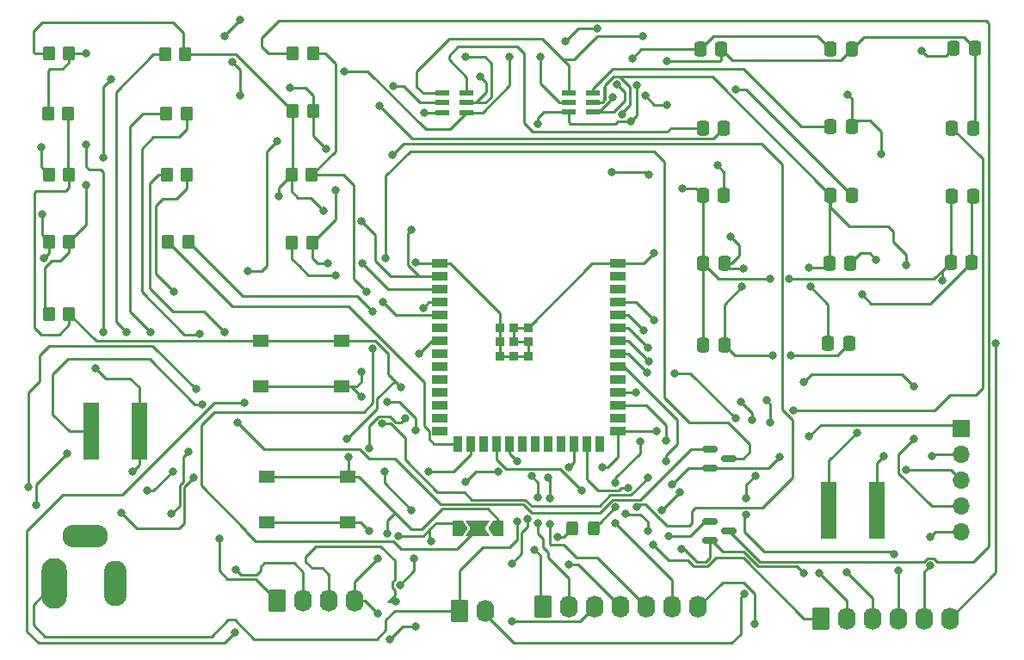
<source format=gtl>
G04 #@! TF.GenerationSoftware,KiCad,Pcbnew,7.0.7*
G04 #@! TF.CreationDate,2023-10-31T22:21:59-05:00*
G04 #@! TF.ProjectId,esp32_example,65737033-325f-4657-9861-6d706c652e6b,rev?*
G04 #@! TF.SameCoordinates,Original*
G04 #@! TF.FileFunction,Copper,L1,Top*
G04 #@! TF.FilePolarity,Positive*
%FSLAX46Y46*%
G04 Gerber Fmt 4.6, Leading zero omitted, Abs format (unit mm)*
G04 Created by KiCad (PCBNEW 7.0.7) date 2023-10-31 22:21:59*
%MOMM*%
%LPD*%
G01*
G04 APERTURE LIST*
G04 Aperture macros list*
%AMRoundRect*
0 Rectangle with rounded corners*
0 $1 Rounding radius*
0 $2 $3 $4 $5 $6 $7 $8 $9 X,Y pos of 4 corners*
0 Add a 4 corners polygon primitive as box body*
4,1,4,$2,$3,$4,$5,$6,$7,$8,$9,$2,$3,0*
0 Add four circle primitives for the rounded corners*
1,1,$1+$1,$2,$3*
1,1,$1+$1,$4,$5*
1,1,$1+$1,$6,$7*
1,1,$1+$1,$8,$9*
0 Add four rect primitives between the rounded corners*
20,1,$1+$1,$2,$3,$4,$5,0*
20,1,$1+$1,$4,$5,$6,$7,0*
20,1,$1+$1,$6,$7,$8,$9,0*
20,1,$1+$1,$8,$9,$2,$3,0*%
%AMFreePoly0*
4,1,6,1.000000,0.000000,0.500000,-0.750000,-0.500000,-0.750000,-0.500000,0.750000,0.500000,0.750000,1.000000,0.000000,1.000000,0.000000,$1*%
%AMFreePoly1*
4,1,7,0.700000,0.000000,1.200000,-0.750000,-1.200000,-0.750000,-0.700000,0.000000,-1.200000,0.750000,1.200000,0.750000,0.700000,0.000000,0.700000,0.000000,$1*%
G04 Aperture macros list end*
G04 #@! TA.AperFunction,ComponentPad*
%ADD10O,1.740000X2.190000*%
G04 #@! TD*
G04 #@! TA.AperFunction,ComponentPad*
%ADD11RoundRect,0.250000X-0.620000X-0.845000X0.620000X-0.845000X0.620000X0.845000X-0.620000X0.845000X0*%
G04 #@! TD*
G04 #@! TA.AperFunction,SMDPad,CuDef*
%ADD12FreePoly0,0.000000*%
G04 #@! TD*
G04 #@! TA.AperFunction,SMDPad,CuDef*
%ADD13FreePoly1,0.000000*%
G04 #@! TD*
G04 #@! TA.AperFunction,SMDPad,CuDef*
%ADD14FreePoly0,180.000000*%
G04 #@! TD*
G04 #@! TA.AperFunction,ComponentPad*
%ADD15O,2.500000X5.000000*%
G04 #@! TD*
G04 #@! TA.AperFunction,ComponentPad*
%ADD16O,2.250000X4.500000*%
G04 #@! TD*
G04 #@! TA.AperFunction,ComponentPad*
%ADD17O,4.500000X2.250000*%
G04 #@! TD*
G04 #@! TA.AperFunction,SMDPad,CuDef*
%ADD18R,1.340000X0.590000*%
G04 #@! TD*
G04 #@! TA.AperFunction,SMDPad,CuDef*
%ADD19R,1.500000X0.900000*%
G04 #@! TD*
G04 #@! TA.AperFunction,SMDPad,CuDef*
%ADD20R,0.900000X1.500000*%
G04 #@! TD*
G04 #@! TA.AperFunction,SMDPad,CuDef*
%ADD21R,0.900000X0.900000*%
G04 #@! TD*
G04 #@! TA.AperFunction,SMDPad,CuDef*
%ADD22R,1.550000X1.300000*%
G04 #@! TD*
G04 #@! TA.AperFunction,SMDPad,CuDef*
%ADD23RoundRect,0.250000X-0.350000X-0.450000X0.350000X-0.450000X0.350000X0.450000X-0.350000X0.450000X0*%
G04 #@! TD*
G04 #@! TA.AperFunction,SMDPad,CuDef*
%ADD24RoundRect,0.150000X-0.587500X-0.150000X0.587500X-0.150000X0.587500X0.150000X-0.587500X0.150000X0*%
G04 #@! TD*
G04 #@! TA.AperFunction,SMDPad,CuDef*
%ADD25R,1.600000X5.700000*%
G04 #@! TD*
G04 #@! TA.AperFunction,ComponentPad*
%ADD26R,1.700000X1.700000*%
G04 #@! TD*
G04 #@! TA.AperFunction,ComponentPad*
%ADD27O,1.700000X1.700000*%
G04 #@! TD*
G04 #@! TA.AperFunction,SMDPad,CuDef*
%ADD28RoundRect,0.250000X-0.325000X-0.450000X0.325000X-0.450000X0.325000X0.450000X-0.325000X0.450000X0*%
G04 #@! TD*
G04 #@! TA.AperFunction,SMDPad,CuDef*
%ADD29RoundRect,0.250000X-0.337500X-0.475000X0.337500X-0.475000X0.337500X0.475000X-0.337500X0.475000X0*%
G04 #@! TD*
G04 #@! TA.AperFunction,ViaPad*
%ADD30C,0.800000*%
G04 #@! TD*
G04 #@! TA.AperFunction,Conductor*
%ADD31C,0.250000*%
G04 #@! TD*
G04 APERTURE END LIST*
D10*
X143637000Y-109728000D03*
X141097000Y-109728000D03*
X138557000Y-109728000D03*
X136017000Y-109728000D03*
X133477000Y-109728000D03*
X130937000Y-109728000D03*
D11*
X128397000Y-109728000D03*
D10*
X168402000Y-110871000D03*
X165862000Y-110871000D03*
X163322000Y-110871000D03*
X160782000Y-110871000D03*
X158242000Y-110871000D03*
D11*
X155702000Y-110871000D03*
D12*
X119990000Y-101981000D03*
D13*
X121990000Y-101981000D03*
D14*
X123990000Y-101981000D03*
D15*
X80305000Y-107442000D03*
D16*
X86305000Y-107442000D03*
D17*
X83305000Y-102742000D03*
D18*
X130890000Y-60071000D03*
X130890000Y-59121000D03*
X130890000Y-61021000D03*
X133270000Y-61021000D03*
X133270000Y-60071000D03*
X133270000Y-59121000D03*
X118491000Y-60132000D03*
X118491000Y-59182000D03*
X118491000Y-61082000D03*
X120871000Y-61082000D03*
X120871000Y-60132000D03*
X120871000Y-59182000D03*
D19*
X118263000Y-75946000D03*
X118263000Y-77216000D03*
X118263000Y-78486000D03*
X118263000Y-79756000D03*
X118263000Y-81026000D03*
X118263000Y-82296000D03*
X118263000Y-83566000D03*
X118263000Y-84836000D03*
X118263000Y-86106000D03*
X118263000Y-87376000D03*
X118263000Y-88646000D03*
X118263000Y-89916000D03*
X118263000Y-91186000D03*
X118263000Y-92456000D03*
D20*
X120028000Y-93706000D03*
X121298000Y-93706000D03*
X122568000Y-93706000D03*
X123838000Y-93706000D03*
X125108000Y-93706000D03*
X126378000Y-93706000D03*
X127648000Y-93706000D03*
X128918000Y-93706000D03*
X130188000Y-93706000D03*
X131458000Y-93706000D03*
X132728000Y-93706000D03*
X133998000Y-93706000D03*
D19*
X135763000Y-92456000D03*
X135763000Y-91186000D03*
X135763000Y-89916000D03*
X135763000Y-88646000D03*
X135763000Y-87376000D03*
X135763000Y-86106000D03*
X135763000Y-84836000D03*
X135763000Y-83566000D03*
X135763000Y-82296000D03*
X135763000Y-81026000D03*
X135763000Y-79756000D03*
X135763000Y-78486000D03*
X135763000Y-77216000D03*
X135763000Y-75946000D03*
D21*
X124113000Y-82266000D03*
X124113000Y-83666000D03*
X124113000Y-85066000D03*
X124113000Y-85066000D03*
X125513000Y-82266000D03*
X125513000Y-82266000D03*
X125513000Y-83666000D03*
X125513000Y-85066000D03*
X126913000Y-82266000D03*
X126913000Y-83666000D03*
X126913000Y-85066000D03*
D22*
X108585000Y-83566000D03*
X100635000Y-83566000D03*
X108585000Y-88066000D03*
X100635000Y-88066000D03*
X109131000Y-96937000D03*
X101181000Y-96937000D03*
X109131000Y-101437000D03*
X101181000Y-101437000D03*
D23*
X103648000Y-67183000D03*
X105648000Y-67183000D03*
X103775000Y-60960000D03*
X105775000Y-60960000D03*
X103775000Y-55245000D03*
X105775000Y-55245000D03*
X103664000Y-73914000D03*
X105664000Y-73914000D03*
X91472000Y-73787000D03*
X93472000Y-73787000D03*
X91345000Y-67183000D03*
X93345000Y-67183000D03*
X91329000Y-61214000D03*
X93329000Y-61214000D03*
X91202000Y-55372000D03*
X93202000Y-55372000D03*
X79772000Y-80899000D03*
X81772000Y-80899000D03*
X79772000Y-73787000D03*
X81772000Y-73787000D03*
X79772000Y-67183000D03*
X81772000Y-67183000D03*
X79661000Y-61214000D03*
X81661000Y-61214000D03*
X81772000Y-55245000D03*
X79772000Y-55245000D03*
D24*
X144810000Y-101285000D03*
X144810000Y-103185000D03*
X146685000Y-102235000D03*
X146685000Y-95123000D03*
X144810000Y-96073000D03*
X144810000Y-94173000D03*
D25*
X156527000Y-100203000D03*
X161227000Y-100203000D03*
X83947000Y-92456000D03*
X88647000Y-92456000D03*
D10*
X109855000Y-109113000D03*
X107315000Y-109113000D03*
X104775000Y-109113000D03*
D11*
X102235000Y-109113000D03*
X120142000Y-110129000D03*
D10*
X122682000Y-110129000D03*
D26*
X169545000Y-92207000D03*
D27*
X169545000Y-94747000D03*
X169545000Y-97287000D03*
X169545000Y-99827000D03*
X169545000Y-102367000D03*
D28*
X131300000Y-101981000D03*
X133350000Y-101981000D03*
D29*
X170561000Y-75819000D03*
X168486000Y-75819000D03*
X168634500Y-69342000D03*
X170709500Y-69342000D03*
X168634500Y-62611000D03*
X170709500Y-62611000D03*
X168783000Y-54737000D03*
X170858000Y-54737000D03*
X158517500Y-83820000D03*
X156442500Y-83820000D03*
X158644500Y-75946000D03*
X156569500Y-75946000D03*
X156675000Y-69215000D03*
X158750000Y-69215000D03*
X156675000Y-62484000D03*
X158750000Y-62484000D03*
X156675000Y-54864000D03*
X158750000Y-54864000D03*
X146220000Y-83947000D03*
X144145000Y-83947000D03*
X146220000Y-75946000D03*
X144145000Y-75946000D03*
X144123500Y-69215000D03*
X146198500Y-69215000D03*
X144123500Y-62611000D03*
X146198500Y-62611000D03*
X143869500Y-54864000D03*
X145944500Y-54864000D03*
D30*
X112141000Y-110363000D03*
X113284000Y-112940500D03*
X115824000Y-111633000D03*
X125349000Y-111125000D03*
X113030000Y-102526500D03*
X112141000Y-104940000D03*
X92075000Y-78740000D03*
X94234000Y-88265000D03*
X140753500Y-102743000D03*
X77761500Y-97917000D03*
X109220000Y-94958500D03*
X109093000Y-93180500D03*
X114173000Y-102743000D03*
X91948000Y-96393000D03*
X88011000Y-96393000D03*
X89408000Y-98298000D03*
X110490000Y-89027000D03*
X113030000Y-89535000D03*
X115824000Y-92329000D03*
X134239000Y-96012000D03*
X130941299Y-96007701D03*
X127889000Y-98933000D03*
X127889000Y-101473000D03*
X127254000Y-96863500D03*
X127571147Y-104076853D03*
X117348000Y-103288500D03*
X112268000Y-60452000D03*
X128143000Y-55626000D03*
X130556000Y-54102000D03*
X158369000Y-59309000D03*
X133731000Y-52832000D03*
X140589000Y-56007000D03*
X138176000Y-53594000D03*
X137611806Y-58374172D03*
X137160000Y-55753000D03*
X166624000Y-94869000D03*
X154055299Y-106421701D03*
X142113000Y-68580000D03*
X135128000Y-66929000D03*
X138811000Y-67183000D03*
X115443000Y-72644000D03*
X136525000Y-100584000D03*
X138684000Y-102235000D03*
X130937000Y-105589500D03*
X136729753Y-98012000D03*
X125857000Y-95414500D03*
X128905000Y-96996500D03*
X129032000Y-99060000D03*
X129032000Y-101600000D03*
X135509000Y-101473000D03*
X132207000Y-98298000D03*
X116205000Y-84836000D03*
X114803128Y-91148484D03*
X112776000Y-96393000D03*
X115697000Y-104939500D03*
X111252000Y-94107000D03*
X115443000Y-100203000D03*
X149225000Y-111379000D03*
X114300000Y-107569000D03*
X141859000Y-98425000D03*
X140499500Y-95377000D03*
X139192000Y-103632000D03*
X140081000Y-100203000D03*
X148971000Y-91313000D03*
X138620147Y-86677854D03*
X155575000Y-106426000D03*
X147828000Y-89535000D03*
X138811000Y-85598000D03*
X150368000Y-89408000D03*
X158242000Y-106299000D03*
X150749000Y-91567000D03*
X138684000Y-84201000D03*
X141351000Y-86741000D03*
X148336000Y-100673500D03*
X149256597Y-96797500D03*
X163322000Y-106172000D03*
X148336000Y-99060000D03*
X162941000Y-104558500D03*
X147320000Y-91186000D03*
X151638000Y-94996000D03*
X154559000Y-92964000D03*
X164846000Y-93218000D03*
X164846000Y-88011000D03*
X138303000Y-82550000D03*
X154051000Y-87630000D03*
X167640000Y-77597000D03*
X172936500Y-83820000D03*
X166497000Y-105664000D03*
X166497000Y-102870000D03*
X165608000Y-54991000D03*
X97028000Y-53594000D03*
X97790000Y-56134000D03*
X98552000Y-59436000D03*
X98552000Y-51980500D03*
X140589000Y-60325000D03*
X147320000Y-58801000D03*
X135255000Y-59563000D03*
X138430000Y-59436000D03*
X135509000Y-99911500D03*
X135510593Y-97535113D03*
X137541000Y-88646000D03*
X137922000Y-93472000D03*
X164084000Y-96266000D03*
X139319000Y-81534000D03*
X146812000Y-73279000D03*
X139319000Y-74930000D03*
X161925000Y-94869000D03*
X164084000Y-76073000D03*
X159258000Y-92583000D03*
X161671000Y-65151000D03*
X145542000Y-66294000D03*
X125095000Y-55626000D03*
X122174000Y-57531000D03*
X136164881Y-61251500D03*
X139573000Y-92426631D03*
X153035000Y-90424000D03*
X154559000Y-76327000D03*
X154686000Y-78194500D03*
X161163000Y-75565000D03*
X159766000Y-78994000D03*
X148082000Y-76454000D03*
X147955000Y-78232000D03*
X151003000Y-84963000D03*
X152781000Y-84963000D03*
X152616500Y-77470000D03*
X150749000Y-77470000D03*
X81534000Y-94615000D03*
X111252000Y-102235000D03*
X78486000Y-99695000D03*
X103505000Y-58674000D03*
X93980000Y-97028000D03*
X86868000Y-100457000D03*
X112649000Y-79756000D03*
X113538000Y-65278000D03*
X98175299Y-106040701D03*
X137597994Y-99911500D03*
X125349000Y-105441500D03*
X93472000Y-94488000D03*
X113919000Y-109220000D03*
X98044000Y-112268000D03*
X91821000Y-100584000D03*
X126873000Y-101092000D03*
X148209000Y-108458000D03*
X140462000Y-93345000D03*
X123952000Y-96393000D03*
X137033000Y-61976000D03*
X125857000Y-101346000D03*
X120777000Y-97409000D03*
X116586000Y-80301500D03*
X99022500Y-89662000D03*
X114427000Y-88138000D03*
X115824000Y-75819000D03*
X110617000Y-75946000D03*
X107188000Y-75946000D03*
X116713000Y-61087000D03*
X127889000Y-62230000D03*
X113635625Y-58509027D03*
X94869000Y-89789000D03*
X99314000Y-76708000D03*
X102235000Y-63881000D03*
X112903000Y-75438000D03*
X107950000Y-77089000D03*
X102362000Y-69342000D03*
X84328000Y-86233000D03*
X106807000Y-70739000D03*
X110490000Y-71755000D03*
X110998000Y-78740000D03*
X110490000Y-86614000D03*
X107061000Y-64643000D03*
X107950000Y-68707000D03*
X111633000Y-80645000D03*
X111633000Y-84328000D03*
X141097000Y-97663000D03*
X112522000Y-91694000D03*
X97028000Y-82677000D03*
X138684000Y-97028000D03*
X94615000Y-82841500D03*
X98298000Y-91567000D03*
X89789000Y-82677000D03*
X141986000Y-104013000D03*
X117094000Y-96393000D03*
X87376000Y-82677000D03*
X85090000Y-65532000D03*
X135636000Y-58293000D03*
X83439000Y-68199000D03*
X85852000Y-57785000D03*
X78994000Y-64516000D03*
X85090000Y-82677000D03*
X129794000Y-102870000D03*
X83439000Y-64262000D03*
X83439000Y-55245000D03*
X108839000Y-57023000D03*
X96520000Y-102997000D03*
X79243701Y-75433701D03*
X120777000Y-55626000D03*
X79121000Y-71120000D03*
D31*
X110891000Y-109113000D02*
X109855000Y-109113000D01*
X114591500Y-111633000D02*
X113284000Y-112940500D01*
X115824000Y-111633000D02*
X114591500Y-111633000D01*
X133477000Y-109728000D02*
X132057000Y-111148000D01*
X132057000Y-111148000D02*
X125372000Y-111148000D01*
X125372000Y-111148000D02*
X125349000Y-111125000D01*
X112141000Y-110363000D02*
X110891000Y-109113000D01*
X113030000Y-102526500D02*
X113030000Y-101219000D01*
X113030000Y-101219000D02*
X113792000Y-100457000D01*
X109855000Y-107226000D02*
X112141000Y-104940000D01*
X110272000Y-96937000D02*
X113792000Y-100457000D01*
X109855000Y-109113000D02*
X109855000Y-107226000D01*
X113792000Y-100457000D02*
X115443000Y-102108000D01*
X107315000Y-109113000D02*
X107315000Y-106553000D01*
X107315000Y-106553000D02*
X106680000Y-105918000D01*
X106045000Y-103759000D02*
X112395000Y-103759000D01*
X106680000Y-105918000D02*
X105664000Y-105918000D01*
X113575000Y-107268695D02*
X113575000Y-107869305D01*
X105664000Y-105918000D02*
X105029000Y-105283000D01*
X113792000Y-105156000D02*
X113792000Y-107051695D01*
X113792000Y-107051695D02*
X113575000Y-107268695D01*
X105029000Y-105283000D02*
X105029000Y-104775000D01*
X105029000Y-104775000D02*
X106045000Y-103759000D01*
X112395000Y-103759000D02*
X113792000Y-105156000D01*
X113575000Y-107869305D02*
X113792000Y-108086305D01*
X113792000Y-108585000D02*
X113157000Y-109220000D01*
X113792000Y-108086305D02*
X113792000Y-108585000D01*
X113157000Y-109220000D02*
X113919000Y-109220000D01*
X111633000Y-84328000D02*
X111633000Y-89662000D01*
X94742000Y-97790000D02*
X99187000Y-102235000D01*
X111633000Y-89662000D02*
X110744000Y-90551000D01*
X94742000Y-91821000D02*
X94742000Y-97790000D01*
X110744000Y-90551000D02*
X96012000Y-90551000D01*
X96012000Y-90551000D02*
X94742000Y-91821000D01*
X99187000Y-102235000D02*
X99187000Y-102362000D01*
X99187000Y-102362000D02*
X100076000Y-103251000D01*
X114418195Y-104013500D02*
X119957500Y-104013500D01*
X100076000Y-103251000D02*
X113655695Y-103251000D01*
X113655695Y-103251000D02*
X114418195Y-104013500D01*
X119957500Y-104013500D02*
X121990000Y-101981000D01*
X92329000Y-69596000D02*
X93345000Y-68580000D01*
X93345000Y-68580000D02*
X93345000Y-67183000D01*
X92075000Y-78740000D02*
X90297000Y-76962000D01*
X90297000Y-76962000D02*
X90297000Y-70231000D01*
X90932000Y-69596000D02*
X92329000Y-69596000D01*
X90297000Y-70231000D02*
X90932000Y-69596000D01*
X77761500Y-97917000D02*
X77761500Y-88607104D01*
X87630000Y-84016000D02*
X89985000Y-84016000D01*
X144810000Y-101285000D02*
X144333000Y-101285000D01*
X144333000Y-101285000D02*
X143129000Y-102489000D01*
X77761500Y-88607104D02*
X78867000Y-87501604D01*
X142875000Y-102743000D02*
X140753500Y-102743000D01*
X143129000Y-102489000D02*
X142875000Y-102743000D01*
X78867000Y-87501604D02*
X78867000Y-84963000D01*
X78867000Y-84963000D02*
X79814000Y-84016000D01*
X89985000Y-84016000D02*
X94234000Y-88265000D01*
X79814000Y-84016000D02*
X87630000Y-84016000D01*
X142240000Y-104013000D02*
X143510000Y-105283000D01*
X143510000Y-105283000D02*
X144399000Y-105283000D01*
X141986000Y-104013000D02*
X142240000Y-104013000D01*
X144810000Y-104872000D02*
X144810000Y-103185000D01*
X144399000Y-105283000D02*
X144810000Y-104872000D01*
X139192000Y-103632000D02*
X140716000Y-105156000D01*
X143198000Y-105733000D02*
X144585396Y-105733000D01*
X140716000Y-105156000D02*
X142621000Y-105156000D01*
X142621000Y-105156000D02*
X143198000Y-105733000D01*
X144585396Y-105733000D02*
X145416396Y-104902000D01*
X148079208Y-104902000D02*
X154048208Y-110871000D01*
X145416396Y-104902000D02*
X148079208Y-104902000D01*
X154048208Y-110871000D02*
X155702000Y-110871000D01*
X143637000Y-109728000D02*
X146050000Y-107315000D01*
X146050000Y-107315000D02*
X148091305Y-107315000D01*
X148091305Y-107315000D02*
X149225000Y-108448695D01*
X149225000Y-108448695D02*
X149225000Y-111379000D01*
X125476000Y-113284000D02*
X122682000Y-110490000D01*
X122682000Y-110490000D02*
X122682000Y-110129000D01*
X148209000Y-108458000D02*
X147828000Y-108839000D01*
X147828000Y-112395000D02*
X146939000Y-113284000D01*
X147828000Y-108839000D02*
X147828000Y-112395000D01*
X146939000Y-113284000D02*
X125476000Y-113284000D01*
X141097000Y-109728000D02*
X141097000Y-107061000D01*
X141097000Y-107061000D02*
X135509000Y-101473000D01*
X138557000Y-109728000D02*
X133694000Y-104865000D01*
X133694000Y-104865000D02*
X131662000Y-104865000D01*
X130392000Y-103595000D02*
X129122000Y-103595000D01*
X129122000Y-103595000D02*
X129032000Y-103505000D01*
X131662000Y-104865000D02*
X130392000Y-103595000D01*
X129032000Y-103505000D02*
X129032000Y-101600000D01*
X136017000Y-109728000D02*
X131878500Y-105589500D01*
X131878500Y-105589500D02*
X130937000Y-105589500D01*
X128905000Y-104385401D02*
X128397000Y-103877401D01*
X128397000Y-103877401D02*
X128397000Y-102997000D01*
X128905000Y-104902000D02*
X128905000Y-104385401D01*
X130937000Y-109728000D02*
X130937000Y-106934000D01*
X130937000Y-106934000D02*
X128905000Y-104902000D01*
X128397000Y-102997000D02*
X127889000Y-102489000D01*
X127889000Y-102489000D02*
X127889000Y-101473000D01*
X130411000Y-102870000D02*
X131300000Y-101981000D01*
X129794000Y-102870000D02*
X130411000Y-102870000D01*
X127571147Y-104076853D02*
X128143000Y-104648706D01*
X128143000Y-104648706D02*
X128143000Y-109474000D01*
X128143000Y-109474000D02*
X128397000Y-109728000D01*
X125349000Y-105441500D02*
X126307000Y-104483500D01*
X126873000Y-101852604D02*
X126873000Y-101092000D01*
X126307000Y-104483500D02*
X126307000Y-102418604D01*
X126307000Y-102418604D02*
X126873000Y-101852604D01*
X144810000Y-103185000D02*
X144968000Y-103185000D01*
X144968000Y-103185000D02*
X146050000Y-104267000D01*
X149546604Y-105733000D02*
X153366598Y-105733000D01*
X146050000Y-104267000D02*
X148080604Y-104267000D01*
X148080604Y-104267000D02*
X149546604Y-105733000D01*
X153366598Y-105733000D02*
X154055299Y-106421701D01*
X149860000Y-64135000D02*
X151891500Y-66166500D01*
X152908000Y-91322305D02*
X152908000Y-97028000D01*
X143002000Y-101473000D02*
X142748000Y-101727000D01*
X114681000Y-64135000D02*
X149860000Y-64135000D01*
X151891500Y-66166500D02*
X151891500Y-90305805D01*
X113538000Y-65278000D02*
X114681000Y-64135000D01*
X151891500Y-90305805D02*
X152908000Y-91322305D01*
X137872994Y-99636500D02*
X137597994Y-99911500D01*
X152908000Y-97028000D02*
X149987000Y-99949000D01*
X143383000Y-99949000D02*
X143002000Y-100330000D01*
X149987000Y-99949000D02*
X143383000Y-99949000D01*
X143002000Y-100330000D02*
X143002000Y-101473000D01*
X140579695Y-101727000D02*
X138484893Y-99632198D01*
X142748000Y-101727000D02*
X140579695Y-101727000D01*
X138484893Y-99632198D02*
X138113198Y-99632198D01*
X138113198Y-99632198D02*
X138108896Y-99636500D01*
X138108896Y-99636500D02*
X137872994Y-99636500D01*
X120142000Y-110129000D02*
X120142000Y-106172000D01*
X120142000Y-106172000D02*
X122428000Y-103886000D01*
X122428000Y-103886000D02*
X125095000Y-103886000D01*
X125095000Y-103886000D02*
X125857000Y-103124000D01*
X125857000Y-103124000D02*
X125857000Y-101346000D01*
X120142000Y-110129000D02*
X120122000Y-110109000D01*
X112903000Y-112014000D02*
X112014000Y-112903000D01*
X120122000Y-110109000D02*
X113792000Y-110109000D01*
X113792000Y-110109000D02*
X112903000Y-110998000D01*
X112903000Y-110998000D02*
X112903000Y-112014000D01*
X112014000Y-112903000D02*
X99949000Y-112903000D01*
X99949000Y-112903000D02*
X98044000Y-110998000D01*
X98044000Y-110998000D02*
X97409000Y-110998000D01*
X79375000Y-112649000D02*
X78232000Y-111506000D01*
X78232000Y-111506000D02*
X78232000Y-109515000D01*
X97409000Y-110998000D02*
X95758000Y-112649000D01*
X95758000Y-112649000D02*
X79375000Y-112649000D01*
X78232000Y-109515000D02*
X80305000Y-107442000D01*
X104775000Y-109113000D02*
X104775000Y-106299000D01*
X104775000Y-106299000D02*
X103886000Y-105410000D01*
X100584000Y-105791000D02*
X100584000Y-106172000D01*
X103886000Y-105410000D02*
X100965000Y-105410000D01*
X100965000Y-105410000D02*
X100584000Y-105791000D01*
X100584000Y-106172000D02*
X100203000Y-106553000D01*
X100203000Y-106553000D02*
X98687598Y-106553000D01*
X98687598Y-106553000D02*
X98175299Y-106040701D01*
X102235000Y-109113000D02*
X100125000Y-107003000D01*
X100125000Y-107003000D02*
X97351000Y-107003000D01*
X97351000Y-107003000D02*
X96520000Y-106172000D01*
X96520000Y-106172000D02*
X96520000Y-102997000D01*
X138684000Y-102235000D02*
X138684000Y-101346000D01*
X138684000Y-101346000D02*
X137974500Y-100636500D01*
X137974500Y-100636500D02*
X136577500Y-100636500D01*
X136577500Y-100636500D02*
X136525000Y-100584000D01*
X113792000Y-87503000D02*
X113157000Y-86868000D01*
X114427000Y-88138000D02*
X113792000Y-87503000D01*
X112083000Y-89212000D02*
X112083000Y-90190500D01*
X113792000Y-87503000D02*
X112083000Y-89212000D01*
X112083000Y-90190500D02*
X109093000Y-93180500D01*
X109220000Y-94958500D02*
X109220000Y-96848000D01*
X109220000Y-96848000D02*
X109131000Y-96937000D01*
X98298000Y-91567000D02*
X100965000Y-94234000D01*
X110353695Y-94234000D02*
X111242695Y-95123000D01*
X100965000Y-94234000D02*
X110353695Y-94234000D01*
X135208695Y-99186500D02*
X137922500Y-99186500D01*
X111242695Y-95123000D02*
X113801604Y-95123000D01*
X113801604Y-95123000D02*
X118304604Y-99626000D01*
X126432305Y-99626000D02*
X127263305Y-100457000D01*
X127263305Y-100457000D02*
X133938195Y-100457000D01*
X118304604Y-99626000D02*
X126432305Y-99626000D01*
X133938195Y-100457000D02*
X135208695Y-99186500D01*
X137922500Y-99186500D02*
X142936000Y-94173000D01*
X142936000Y-94173000D02*
X144810000Y-94173000D01*
X113157000Y-86868000D02*
X113157000Y-84826695D01*
X113157000Y-84826695D02*
X111896305Y-83566000D01*
X111896305Y-83566000D02*
X108585000Y-83566000D01*
X88011000Y-96393000D02*
X88647000Y-95757000D01*
X88647000Y-95757000D02*
X88647000Y-92456000D01*
X117348000Y-103288500D02*
X117221000Y-103161500D01*
X117221000Y-103161500D02*
X117221000Y-102108000D01*
X89408000Y-98298000D02*
X90043000Y-98298000D01*
X90043000Y-98298000D02*
X91948000Y-96393000D01*
X114173000Y-102743000D02*
X116586000Y-102743000D01*
X116586000Y-102743000D02*
X117221000Y-102108000D01*
X98044000Y-112268000D02*
X97028000Y-113284000D01*
X97028000Y-113284000D02*
X78740000Y-113284000D01*
X78740000Y-113284000D02*
X77597000Y-112141000D01*
X77597000Y-112141000D02*
X77597000Y-102235000D01*
X77597000Y-102235000D02*
X81153000Y-98679000D01*
X81153000Y-98679000D02*
X87004305Y-98679000D01*
X87004305Y-98679000D02*
X96021305Y-89662000D01*
X96021305Y-89662000D02*
X99022500Y-89662000D01*
X91821000Y-100584000D02*
X92641000Y-99764000D01*
X92641000Y-99764000D02*
X92641000Y-97730604D01*
X92641000Y-97730604D02*
X92964000Y-97407604D01*
X92964000Y-97407604D02*
X92964000Y-94996000D01*
X92964000Y-94996000D02*
X93472000Y-94488000D01*
X134239000Y-96012000D02*
X134747000Y-96012000D01*
X134747000Y-96012000D02*
X135763000Y-94996000D01*
X135763000Y-94996000D02*
X135763000Y-92456000D01*
X115824000Y-91144051D02*
X115824000Y-92329000D01*
X113030000Y-89535000D02*
X114214949Y-89535000D01*
X109529000Y-88066000D02*
X110490000Y-89027000D01*
X114214949Y-89535000D02*
X115824000Y-91144051D01*
X108585000Y-88066000D02*
X109529000Y-88066000D01*
X120028000Y-93706000D02*
X117663000Y-93706000D01*
X117188000Y-92423000D02*
X116713000Y-91948000D01*
X117663000Y-93706000D02*
X117188000Y-93231000D01*
X116713000Y-91948000D02*
X116713000Y-87630000D01*
X117188000Y-93231000D02*
X117188000Y-92423000D01*
X116713000Y-87630000D02*
X109220000Y-80137000D01*
X109220000Y-80137000D02*
X97822000Y-80137000D01*
X97822000Y-80137000D02*
X91472000Y-73787000D01*
X127889000Y-98933000D02*
X127889000Y-97498500D01*
X127889000Y-97498500D02*
X127254000Y-96863500D01*
X130941299Y-96007701D02*
X131458000Y-95491000D01*
X131458000Y-95491000D02*
X131458000Y-93706000D01*
X119482000Y-101473000D02*
X119990000Y-101981000D01*
X117221000Y-102108000D02*
X117856000Y-101473000D01*
X117856000Y-101473000D02*
X119482000Y-101473000D01*
X115477000Y-63661000D02*
X112268000Y-60452000D01*
X145148500Y-63661000D02*
X115477000Y-63661000D01*
X146198500Y-62611000D02*
X145148500Y-63661000D01*
X158369000Y-59309000D02*
X158750000Y-59690000D01*
X130890000Y-60071000D02*
X129970000Y-60071000D01*
X131826000Y-52832000D02*
X133731000Y-52832000D01*
X128143000Y-58244000D02*
X128143000Y-55626000D01*
X129970000Y-60071000D02*
X128143000Y-58244000D01*
X130556000Y-54102000D02*
X131826000Y-52832000D01*
X158750000Y-59690000D02*
X158750000Y-62484000D01*
X138176000Y-53594000D02*
X133731000Y-53594000D01*
X145944500Y-55858500D02*
X145796000Y-56007000D01*
X145944500Y-54864000D02*
X145944500Y-55858500D01*
X145796000Y-56007000D02*
X140589000Y-56007000D01*
X129286000Y-54864000D02*
X130890000Y-56468000D01*
X128270000Y-53848000D02*
X129286000Y-54864000D01*
X133731000Y-53594000D02*
X131445000Y-55880000D01*
X131445000Y-55880000D02*
X130302000Y-55880000D01*
X130302000Y-55880000D02*
X129286000Y-54864000D01*
X143869500Y-54864000D02*
X139573000Y-54864000D01*
X137611806Y-58374172D02*
X137611806Y-61397194D01*
X139573000Y-54864000D02*
X138049000Y-54864000D01*
X137611806Y-61397194D02*
X137033000Y-61976000D01*
X138049000Y-54864000D02*
X137160000Y-55753000D01*
X126913000Y-82266000D02*
X133233000Y-75946000D01*
X133233000Y-75946000D02*
X135763000Y-75946000D01*
X166624000Y-94869000D02*
X166746000Y-94747000D01*
X166746000Y-94747000D02*
X169545000Y-94747000D01*
X142113000Y-68580000D02*
X143488500Y-68580000D01*
X118263000Y-77216000D02*
X116195695Y-77216000D01*
X115099000Y-76119305D02*
X115099000Y-72988000D01*
X116195695Y-77216000D02*
X115099000Y-76119305D01*
X115099000Y-72988000D02*
X115443000Y-72644000D01*
X135128000Y-66929000D02*
X138557000Y-66929000D01*
X138557000Y-66929000D02*
X138811000Y-67183000D01*
X143488500Y-68580000D02*
X144123500Y-69215000D01*
X125513000Y-82266000D02*
X126913000Y-82266000D01*
X125513000Y-83666000D02*
X125513000Y-82266000D01*
X126913000Y-83666000D02*
X125513000Y-83666000D01*
X126913000Y-85066000D02*
X126913000Y-83666000D01*
X125513000Y-85066000D02*
X126913000Y-85066000D01*
X124113000Y-85066000D02*
X125513000Y-85066000D01*
X124113000Y-83666000D02*
X124113000Y-85066000D01*
X124113000Y-81661000D02*
X124113000Y-82266000D01*
X124113000Y-80796000D02*
X124113000Y-81661000D01*
X124113000Y-81661000D02*
X124113000Y-83666000D01*
X118263000Y-75946000D02*
X119263000Y-75946000D01*
X119263000Y-75946000D02*
X124113000Y-80796000D01*
X138684000Y-97028000D02*
X138684000Y-97083058D01*
X137030558Y-98736500D02*
X135022299Y-98736500D01*
X133936799Y-99822000D02*
X127264701Y-99822000D01*
X138684000Y-97083058D02*
X137030558Y-98736500D01*
X135022299Y-98736500D02*
X133936799Y-99822000D01*
X126618701Y-99176000D02*
X121401000Y-99176000D01*
X121401000Y-99176000D02*
X120650000Y-98425000D01*
X120650000Y-98425000D02*
X117983000Y-98425000D01*
X127264701Y-99822000D02*
X126618701Y-99176000D01*
X113411000Y-91694000D02*
X112522000Y-91694000D01*
X117983000Y-98425000D02*
X114808000Y-95250000D01*
X114808000Y-95250000D02*
X114808000Y-93091000D01*
X114808000Y-93091000D02*
X113411000Y-91694000D01*
X135510593Y-97535113D02*
X135510593Y-97026407D01*
X135510593Y-97026407D02*
X137922000Y-94615000D01*
X137922000Y-94615000D02*
X137922000Y-93472000D01*
X136729753Y-98012000D02*
X136058305Y-98012000D01*
X135809305Y-98261000D02*
X133821000Y-98261000D01*
X136058305Y-98012000D02*
X135809305Y-98261000D01*
X133821000Y-98261000D02*
X132728000Y-97168000D01*
X132728000Y-97168000D02*
X132728000Y-93706000D01*
X129032000Y-97123500D02*
X128905000Y-96996500D01*
X129032000Y-99060000D02*
X129032000Y-97123500D01*
X125857000Y-95414500D02*
X125108000Y-94665500D01*
X125108000Y-94665500D02*
X125108000Y-93706000D01*
X132207000Y-98298000D02*
X130048000Y-96139000D01*
X124723305Y-96139000D02*
X123838000Y-95253695D01*
X130048000Y-96139000D02*
X124723305Y-96139000D01*
X123838000Y-95253695D02*
X123838000Y-93706000D01*
X135509000Y-101473000D02*
X135763000Y-101473000D01*
X135509000Y-99911500D02*
X133947500Y-101473000D01*
X133947500Y-101473000D02*
X133858000Y-101473000D01*
X133858000Y-101473000D02*
X133350000Y-101981000D01*
X114803128Y-91148484D02*
X114384612Y-91567000D01*
X113920396Y-91567000D02*
X113322396Y-90969000D01*
X113322396Y-90969000D02*
X112221695Y-90969000D01*
X114384612Y-91567000D02*
X113920396Y-91567000D01*
X111252000Y-91938695D02*
X111252000Y-94107000D01*
X112221695Y-90969000D02*
X111252000Y-91938695D01*
X116205000Y-84836000D02*
X117475000Y-83566000D01*
X117475000Y-83566000D02*
X118263000Y-83566000D01*
X114300000Y-107569000D02*
X115697000Y-106172000D01*
X115443000Y-100203000D02*
X112776000Y-97536000D01*
X115697000Y-106172000D02*
X115697000Y-104939500D01*
X112776000Y-97536000D02*
X112776000Y-96393000D01*
X141859000Y-98425000D02*
X140081000Y-100203000D01*
X140499500Y-95377000D02*
X140499500Y-94830104D01*
X141605000Y-93724604D02*
X141605000Y-91368000D01*
X140499500Y-94830104D02*
X141605000Y-93724604D01*
X141605000Y-91368000D02*
X136343000Y-86106000D01*
X136343000Y-86106000D02*
X135763000Y-86106000D01*
X112903000Y-75438000D02*
X112903000Y-67310000D01*
X148082000Y-95123000D02*
X146685000Y-95123000D01*
X112903000Y-67310000D02*
X115316000Y-64897000D01*
X146558000Y-91567000D02*
X148717000Y-93726000D01*
X115316000Y-64897000D02*
X139319000Y-64897000D01*
X140335000Y-65913000D02*
X140335000Y-89154000D01*
X139319000Y-64897000D02*
X140335000Y-65913000D01*
X140335000Y-89154000D02*
X142748000Y-91567000D01*
X142748000Y-91567000D02*
X146558000Y-91567000D01*
X148717000Y-93726000D02*
X148717000Y-94488000D01*
X148717000Y-94488000D02*
X148082000Y-95123000D01*
X148971000Y-91313000D02*
X148971000Y-90678000D01*
X136763000Y-84836000D02*
X135763000Y-84836000D01*
X158242000Y-110871000D02*
X158242000Y-109093000D01*
X138604854Y-86677854D02*
X136763000Y-84836000D01*
X148971000Y-90678000D02*
X147828000Y-89535000D01*
X138620147Y-86677854D02*
X138604854Y-86677854D01*
X158242000Y-109093000D02*
X155575000Y-106426000D01*
X160782000Y-108839000D02*
X158242000Y-106299000D01*
X150749000Y-89789000D02*
X150368000Y-89408000D01*
X150749000Y-91567000D02*
X150749000Y-89789000D01*
X160782000Y-110871000D02*
X160782000Y-108839000D01*
X138811000Y-85598000D02*
X136779000Y-83566000D01*
X136779000Y-83566000D02*
X135763000Y-83566000D01*
X162941000Y-104558500D02*
X162649500Y-104267000D01*
X148209000Y-102362000D02*
X148209000Y-100800500D01*
X162649500Y-104267000D02*
X150114000Y-104267000D01*
X150114000Y-104267000D02*
X148209000Y-102362000D01*
X148209000Y-100800500D02*
X148336000Y-100673500D01*
X148336000Y-97718097D02*
X149256597Y-96797500D01*
X138684000Y-84201000D02*
X136779000Y-82296000D01*
X163322000Y-110871000D02*
X163322000Y-106172000D01*
X147320000Y-91186000D02*
X142875000Y-86741000D01*
X142875000Y-86741000D02*
X141351000Y-86741000D01*
X148336000Y-99060000D02*
X148336000Y-97718097D01*
X136779000Y-82296000D02*
X135763000Y-82296000D01*
X101346000Y-55245000D02*
X100711000Y-54610000D01*
X100711000Y-54610000D02*
X100711000Y-53721000D01*
X103775000Y-55245000D02*
X101346000Y-55245000D01*
X166196695Y-104939000D02*
X165852695Y-105283000D01*
X166797305Y-104939000D02*
X166196695Y-104939000D01*
X100711000Y-53721000D02*
X102362000Y-52070000D01*
X172212000Y-103759000D02*
X170688000Y-105283000D01*
X171958000Y-52070000D02*
X172212000Y-52324000D01*
X102362000Y-52070000D02*
X171958000Y-52070000D01*
X149733000Y-105283000D02*
X146685000Y-102235000D01*
X170688000Y-105283000D02*
X167141305Y-105283000D01*
X167141305Y-105283000D02*
X166797305Y-104939000D01*
X165852695Y-105283000D02*
X149733000Y-105283000D01*
X172212000Y-52324000D02*
X172212000Y-103759000D01*
X150561000Y-96073000D02*
X144810000Y-96073000D01*
X151638000Y-94996000D02*
X150561000Y-96073000D01*
X169545000Y-92207000D02*
X169159000Y-91821000D01*
X155702000Y-91821000D02*
X154559000Y-92964000D01*
X169159000Y-91821000D02*
X155956000Y-91821000D01*
X155956000Y-91821000D02*
X155702000Y-91821000D01*
X164846000Y-88011000D02*
X163703000Y-86868000D01*
X163703000Y-86868000D02*
X154813000Y-86868000D01*
X154813000Y-86868000D02*
X154051000Y-87630000D01*
X163359000Y-94705000D02*
X164846000Y-93218000D01*
X163359000Y-96566305D02*
X163359000Y-94705000D01*
X166619695Y-99827000D02*
X163359000Y-96566305D01*
X169545000Y-99827000D02*
X166619695Y-99827000D01*
X136779000Y-81026000D02*
X135763000Y-81026000D01*
X138303000Y-82550000D02*
X136779000Y-81026000D01*
X172936500Y-106336500D02*
X172936500Y-83820000D01*
X167640000Y-77597000D02*
X167640000Y-76665000D01*
X168402000Y-110871000D02*
X172936500Y-106336500D01*
X167640000Y-76665000D02*
X168486000Y-75819000D01*
X169545000Y-102367000D02*
X167000000Y-102367000D01*
X167000000Y-102367000D02*
X166497000Y-102870000D01*
X166497000Y-105664000D02*
X165862000Y-106299000D01*
X165862000Y-106299000D02*
X165862000Y-110871000D01*
X159766000Y-78994000D02*
X160655000Y-79883000D01*
X160655000Y-79883000D02*
X166497000Y-79883000D01*
X166497000Y-79883000D02*
X170561000Y-75819000D01*
X161163000Y-75565000D02*
X160528000Y-74930000D01*
X160528000Y-74930000D02*
X159660500Y-74930000D01*
X159660500Y-74930000D02*
X158644500Y-75946000D01*
X139573000Y-92426631D02*
X139543631Y-92456000D01*
X139543631Y-92456000D02*
X135763000Y-92456000D01*
X140462000Y-93345000D02*
X140462000Y-91821000D01*
X140462000Y-91821000D02*
X138557000Y-89916000D01*
X138557000Y-89916000D02*
X135763000Y-89916000D01*
X112649000Y-79756000D02*
X113919000Y-81026000D01*
X113919000Y-81026000D02*
X118263000Y-81026000D01*
X117131500Y-79756000D02*
X118263000Y-79756000D01*
X116586000Y-80301500D02*
X117131500Y-79756000D01*
X115951000Y-75946000D02*
X118263000Y-75946000D01*
X115824000Y-75819000D02*
X115951000Y-75946000D01*
X79243701Y-75433701D02*
X79772000Y-74905402D01*
X79772000Y-74905402D02*
X79772000Y-73787000D01*
X164084000Y-76073000D02*
X164084000Y-75057000D01*
X162814000Y-73787000D02*
X162814000Y-72771000D01*
X158496000Y-72263000D02*
X156675000Y-70442000D01*
X162814000Y-72771000D02*
X162306000Y-72263000D01*
X164084000Y-75057000D02*
X162814000Y-73787000D01*
X156675000Y-70442000D02*
X156675000Y-69215000D01*
X162306000Y-72263000D02*
X158496000Y-72263000D01*
X165608000Y-54991000D02*
X166116000Y-55499000D01*
X166116000Y-55499000D02*
X168021000Y-55499000D01*
X168021000Y-55499000D02*
X168783000Y-54737000D01*
X109131000Y-96937000D02*
X110272000Y-96937000D01*
X115443000Y-102108000D02*
X116459000Y-102108000D01*
X116459000Y-102108000D02*
X118491000Y-100076000D01*
X118491000Y-100076000D02*
X122936000Y-100076000D01*
X122936000Y-100076000D02*
X123990000Y-101130000D01*
X123990000Y-101130000D02*
X123990000Y-101981000D01*
X97028000Y-53594000D02*
X97028000Y-53504500D01*
X97028000Y-53504500D02*
X98552000Y-51980500D01*
X98552000Y-56896000D02*
X97790000Y-56134000D01*
X98552000Y-59436000D02*
X98552000Y-56896000D01*
X156675000Y-62484000D02*
X153797000Y-62484000D01*
X133270000Y-58754000D02*
X133270000Y-59121000D01*
X153797000Y-62484000D02*
X148082000Y-56769000D01*
X148082000Y-56769000D02*
X135255000Y-56769000D01*
X135255000Y-56769000D02*
X133270000Y-58754000D01*
X135255000Y-59563000D02*
X134953604Y-59864396D01*
X134953604Y-59864396D02*
X134953604Y-59943792D01*
X134953604Y-59943792D02*
X133876396Y-61021000D01*
X133876396Y-61021000D02*
X133270000Y-61021000D01*
X140589000Y-60325000D02*
X139319000Y-60325000D01*
X139319000Y-60325000D02*
X138430000Y-59436000D01*
X158750000Y-69215000D02*
X148336000Y-58801000D01*
X148336000Y-58801000D02*
X147320000Y-58801000D01*
X135636000Y-58293000D02*
X136398000Y-59055000D01*
X136398000Y-59055000D02*
X136398000Y-59944000D01*
X136398000Y-59944000D02*
X135321000Y-61021000D01*
X135321000Y-61021000D02*
X133270000Y-61021000D01*
X136906000Y-58537695D02*
X135936305Y-57568000D01*
X136164881Y-61066119D02*
X136906000Y-60325000D01*
X136164881Y-61251500D02*
X136164881Y-61066119D01*
X136906000Y-60325000D02*
X136906000Y-58537695D01*
X135936305Y-57568000D02*
X135335695Y-57568000D01*
X137541000Y-88646000D02*
X135763000Y-88646000D01*
X135763000Y-79756000D02*
X137541000Y-79756000D01*
X137541000Y-79756000D02*
X139319000Y-81534000D01*
X164084000Y-96266000D02*
X168524000Y-96266000D01*
X168524000Y-96266000D02*
X169545000Y-97287000D01*
X146812000Y-73279000D02*
X147701000Y-74168000D01*
X138303000Y-75946000D02*
X139319000Y-74930000D01*
X135763000Y-75946000D02*
X138303000Y-75946000D01*
X147701000Y-74168000D02*
X147701000Y-75184000D01*
X147701000Y-75184000D02*
X146939000Y-75946000D01*
X146939000Y-75946000D02*
X146220000Y-75946000D01*
X161925000Y-94869000D02*
X161227000Y-95567000D01*
X161227000Y-95567000D02*
X161227000Y-100203000D01*
X161671000Y-65151000D02*
X161671000Y-62992000D01*
X161671000Y-62992000D02*
X160528000Y-61849000D01*
X160528000Y-61849000D02*
X159385000Y-61849000D01*
X159385000Y-61849000D02*
X158750000Y-62484000D01*
X156527000Y-100203000D02*
X156527000Y-95314000D01*
X156527000Y-95314000D02*
X159258000Y-92583000D01*
X170858000Y-54737000D02*
X170858000Y-62462500D01*
X170858000Y-62462500D02*
X170709500Y-62611000D01*
X170858000Y-54737000D02*
X169808000Y-53687000D01*
X169808000Y-53687000D02*
X159927000Y-53687000D01*
X159927000Y-53687000D02*
X158750000Y-54864000D01*
X145944500Y-54864000D02*
X146994500Y-55914000D01*
X146994500Y-55914000D02*
X157700000Y-55914000D01*
X157700000Y-55914000D02*
X158750000Y-54864000D01*
X156675000Y-54864000D02*
X155405000Y-53594000D01*
X155405000Y-53594000D02*
X145139500Y-53594000D01*
X145139500Y-53594000D02*
X143869500Y-54864000D01*
X125095000Y-58421396D02*
X125095000Y-55626000D01*
X122434396Y-61082000D02*
X125095000Y-58421396D01*
X120871000Y-61082000D02*
X122434396Y-61082000D01*
X145542000Y-66294000D02*
X146198500Y-66950500D01*
X146198500Y-66950500D02*
X146198500Y-69215000D01*
X122174000Y-57531000D02*
X122809000Y-58166000D01*
X122809000Y-59114000D02*
X121791000Y-60132000D01*
X122809000Y-58166000D02*
X122809000Y-59114000D01*
X121791000Y-60132000D02*
X120871000Y-60132000D01*
X134503604Y-59757396D02*
X134503604Y-58400091D01*
X134503604Y-58400091D02*
X135335695Y-57568000D01*
X134190000Y-60071000D02*
X134503604Y-59757396D01*
X156675000Y-69215000D02*
X145028000Y-57568000D01*
X145028000Y-57568000D02*
X135335695Y-57568000D01*
X134366000Y-58537695D02*
X134366000Y-59895000D01*
X135335695Y-57568000D02*
X134366000Y-58537695D01*
X134366000Y-59895000D02*
X134190000Y-60071000D01*
X134190000Y-60071000D02*
X133270000Y-60071000D01*
X169545000Y-88900000D02*
X168402000Y-88900000D01*
X171577000Y-88265000D02*
X170942000Y-88900000D01*
X171622000Y-88220000D02*
X171577000Y-88265000D01*
X167259000Y-90043000D02*
X166878000Y-90424000D01*
X168402000Y-88900000D02*
X167259000Y-90043000D01*
X171622000Y-65598500D02*
X171622000Y-88220000D01*
X168634500Y-62611000D02*
X171622000Y-65598500D01*
X170942000Y-88900000D02*
X169545000Y-88900000D01*
X166878000Y-90424000D02*
X153035000Y-90424000D01*
X154559000Y-76327000D02*
X156188500Y-76327000D01*
X156188500Y-76327000D02*
X156569500Y-75946000D01*
X156442500Y-83820000D02*
X156442500Y-79951000D01*
X156442500Y-79951000D02*
X154686000Y-78194500D01*
X156569500Y-75946000D02*
X156569500Y-69320500D01*
X156569500Y-69320500D02*
X156675000Y-69215000D01*
X170561000Y-75819000D02*
X170561000Y-69490500D01*
X170561000Y-69490500D02*
X170709500Y-69342000D01*
X146220000Y-83947000D02*
X146220000Y-79967000D01*
X146728000Y-76454000D02*
X146220000Y-75946000D01*
X146220000Y-79967000D02*
X147955000Y-78232000D01*
X148082000Y-76454000D02*
X146728000Y-76454000D01*
X151003000Y-84963000D02*
X147236000Y-84963000D01*
X158517500Y-83820000D02*
X157374500Y-84963000D01*
X157374500Y-84963000D02*
X152781000Y-84963000D01*
X147236000Y-84963000D02*
X146220000Y-83947000D01*
X168486000Y-75819000D02*
X168486000Y-69490500D01*
X168486000Y-69490500D02*
X168634500Y-69342000D01*
X144145000Y-75946000D02*
X145669000Y-77470000D01*
X145669000Y-77470000D02*
X150749000Y-77470000D01*
X152616500Y-77470000D02*
X166835000Y-77470000D01*
X166835000Y-77470000D02*
X168486000Y-75819000D01*
X144145000Y-75946000D02*
X144145000Y-69236500D01*
X144145000Y-69236500D02*
X144123500Y-69215000D01*
X144145000Y-83947000D02*
X144145000Y-75946000D01*
X78486000Y-99695000D02*
X78486000Y-97663000D01*
X92583000Y-101981000D02*
X88392000Y-101981000D01*
X109131000Y-101437000D02*
X110454000Y-101437000D01*
X78486000Y-97663000D02*
X81534000Y-94615000D01*
X93091000Y-101473000D02*
X92583000Y-101981000D01*
X93980000Y-97028000D02*
X93091000Y-97917000D01*
X93091000Y-97917000D02*
X93091000Y-100711000D01*
X110454000Y-101437000D02*
X111252000Y-102235000D01*
X93091000Y-100711000D02*
X93091000Y-101473000D01*
X88392000Y-101981000D02*
X86868000Y-100457000D01*
X103505000Y-58674000D02*
X105029000Y-58674000D01*
X105029000Y-58674000D02*
X105775000Y-59420000D01*
X105775000Y-59420000D02*
X105775000Y-60960000D01*
X130890000Y-62056000D02*
X130890000Y-61021000D01*
X120777000Y-97409000D02*
X121793000Y-96393000D01*
X135763000Y-61976000D02*
X135509000Y-62230000D01*
X137033000Y-61976000D02*
X135763000Y-61976000D01*
X121793000Y-96393000D02*
X123952000Y-96393000D01*
X135509000Y-62230000D02*
X131064000Y-62230000D01*
X131064000Y-62230000D02*
X130890000Y-62056000D01*
X101181000Y-101437000D02*
X109131000Y-101437000D01*
X101181000Y-96937000D02*
X109131000Y-96937000D01*
X100635000Y-83566000D02*
X108585000Y-83566000D01*
X100635000Y-88066000D02*
X108585000Y-88066000D01*
X113157000Y-78486000D02*
X110617000Y-75946000D01*
X105664000Y-75438000D02*
X105664000Y-73914000D01*
X118263000Y-78486000D02*
X113157000Y-78486000D01*
X107188000Y-75946000D02*
X106172000Y-75946000D01*
X106172000Y-75946000D02*
X105664000Y-75438000D01*
X116718000Y-61082000D02*
X116713000Y-61087000D01*
X118491000Y-61082000D02*
X116718000Y-61082000D01*
X127889000Y-62230000D02*
X127889000Y-61595000D01*
X127889000Y-61595000D02*
X128463000Y-61021000D01*
X128463000Y-61021000D02*
X130890000Y-61021000D01*
X120871000Y-59182000D02*
X120871000Y-57625000D01*
X126492000Y-55245000D02*
X126492000Y-62103000D01*
X120871000Y-57625000D02*
X119126000Y-55880000D01*
X125857000Y-54610000D02*
X126492000Y-55245000D01*
X119126000Y-55880000D02*
X119126000Y-55499000D01*
X119126000Y-55499000D02*
X120015000Y-54610000D01*
X120015000Y-54610000D02*
X125857000Y-54610000D01*
X126492000Y-62103000D02*
X127381000Y-62992000D01*
X127381000Y-62992000D02*
X140589000Y-62992000D01*
X140589000Y-62992000D02*
X140970000Y-62611000D01*
X140970000Y-62611000D02*
X144123500Y-62611000D01*
X118491000Y-59182000D02*
X116586000Y-59182000D01*
X116586000Y-59182000D02*
X115951000Y-58547000D01*
X130890000Y-56468000D02*
X130890000Y-59121000D01*
X115951000Y-58547000D02*
X115951000Y-57023000D01*
X115951000Y-57023000D02*
X119126000Y-53848000D01*
X119126000Y-53848000D02*
X128270000Y-53848000D01*
X113635625Y-58509027D02*
X114643027Y-58509027D01*
X114643027Y-58509027D02*
X116266000Y-60132000D01*
X116266000Y-60132000D02*
X118491000Y-60132000D01*
X94107000Y-89789000D02*
X94869000Y-89789000D01*
X100711000Y-76708000D02*
X101219000Y-76200000D01*
X80137000Y-90805000D02*
X80137000Y-86868000D01*
X89662000Y-85344000D02*
X94107000Y-89789000D01*
X81661000Y-85344000D02*
X89662000Y-85344000D01*
X81788000Y-92456000D02*
X80137000Y-90805000D01*
X80137000Y-86868000D02*
X81661000Y-85344000D01*
X83947000Y-92456000D02*
X81788000Y-92456000D01*
X101219000Y-64897000D02*
X102235000Y-63881000D01*
X99314000Y-76708000D02*
X100711000Y-76708000D01*
X101219000Y-76200000D02*
X101219000Y-64897000D01*
X104394000Y-76200000D02*
X105283000Y-77089000D01*
X103664000Y-73914000D02*
X103664000Y-75470000D01*
X105283000Y-77089000D02*
X107950000Y-77089000D01*
X103664000Y-75470000D02*
X104394000Y-76200000D01*
X84328000Y-86233000D02*
X85344000Y-87249000D01*
X103648000Y-67183000D02*
X102362000Y-68469000D01*
X85344000Y-87249000D02*
X87757000Y-87249000D01*
X102362000Y-68469000D02*
X102362000Y-69342000D01*
X87757000Y-87249000D02*
X88647000Y-88139000D01*
X88647000Y-88139000D02*
X88647000Y-92456000D01*
X110490000Y-71755000D02*
X111887000Y-73152000D01*
X105537000Y-69469000D02*
X106807000Y-70739000D01*
X104267000Y-69469000D02*
X105537000Y-69469000D01*
X111887000Y-73152000D02*
X111887000Y-75692000D01*
X103648000Y-68850000D02*
X104267000Y-69469000D01*
X103648000Y-67183000D02*
X103648000Y-68850000D01*
X111887000Y-75692000D02*
X113411000Y-77216000D01*
X113411000Y-77216000D02*
X118263000Y-77216000D01*
X110490000Y-86614000D02*
X110490000Y-87630000D01*
X110490000Y-87630000D02*
X110054000Y-88066000D01*
X110054000Y-88066000D02*
X108585000Y-88066000D01*
X108712000Y-67183000D02*
X109728000Y-68199000D01*
X109728000Y-77470000D02*
X110998000Y-78740000D01*
X109728000Y-68199000D02*
X109728000Y-77470000D01*
X105648000Y-67183000D02*
X108712000Y-67183000D01*
X105775000Y-63357000D02*
X107061000Y-64643000D01*
X107950000Y-68707000D02*
X107950000Y-71628000D01*
X105775000Y-60960000D02*
X105775000Y-63357000D01*
X107950000Y-71628000D02*
X105664000Y-73914000D01*
X103775000Y-60960000D02*
X103775000Y-67056000D01*
X103775000Y-67056000D02*
X103648000Y-67183000D01*
X98806000Y-79121000D02*
X110109000Y-79121000D01*
X93472000Y-73787000D02*
X98806000Y-79121000D01*
X110109000Y-79121000D02*
X111633000Y-80645000D01*
X94996000Y-80645000D02*
X97028000Y-82677000D01*
X90551000Y-67183000D02*
X89662000Y-68072000D01*
X89662000Y-68072000D02*
X89662000Y-78359000D01*
X91948000Y-80645000D02*
X94996000Y-80645000D01*
X89662000Y-78359000D02*
X91948000Y-80645000D01*
X91345000Y-67183000D02*
X90551000Y-67183000D01*
X141097000Y-97663000D02*
X142687000Y-96073000D01*
X142687000Y-96073000D02*
X144810000Y-96073000D01*
X93091000Y-82931000D02*
X94525500Y-82931000D01*
X92329000Y-63500000D02*
X90043000Y-63500000D01*
X93345000Y-61230000D02*
X93345000Y-62738000D01*
X92583000Y-63500000D02*
X92329000Y-63500000D01*
X93329000Y-61214000D02*
X93345000Y-61230000D01*
X88900000Y-78740000D02*
X93091000Y-82931000D01*
X88900000Y-64643000D02*
X88900000Y-78740000D01*
X90043000Y-63500000D02*
X88900000Y-64643000D01*
X94525500Y-82931000D02*
X94615000Y-82841500D01*
X93345000Y-62738000D02*
X92583000Y-63500000D01*
X87757000Y-80645000D02*
X89789000Y-82677000D01*
X87757000Y-62484000D02*
X87757000Y-80645000D01*
X89027000Y-61214000D02*
X87757000Y-62484000D01*
X91329000Y-61214000D02*
X89027000Y-61214000D01*
X93202000Y-55372000D02*
X98187000Y-55372000D01*
X98187000Y-55372000D02*
X103775000Y-60960000D01*
X117094000Y-96393000D02*
X119611000Y-96393000D01*
X86360000Y-59055000D02*
X86360000Y-81661000D01*
X90043000Y-55372000D02*
X86360000Y-59055000D01*
X86360000Y-81661000D02*
X87376000Y-82677000D01*
X91202000Y-55372000D02*
X90043000Y-55372000D01*
X119611000Y-96393000D02*
X121298000Y-94706000D01*
X121298000Y-94706000D02*
X121298000Y-93706000D01*
X81772000Y-73787000D02*
X83439000Y-72120000D01*
X85090000Y-58547000D02*
X85852000Y-57785000D01*
X85090000Y-65532000D02*
X85090000Y-58547000D01*
X83439000Y-72120000D02*
X83439000Y-68199000D01*
X84836000Y-66675000D02*
X85090000Y-66929000D01*
X85090000Y-66929000D02*
X85090000Y-68199000D01*
X83439000Y-66421000D02*
X83566000Y-66548000D01*
X83439000Y-64262000D02*
X83439000Y-66421000D01*
X83566000Y-66548000D02*
X83693000Y-66675000D01*
X79772000Y-67183000D02*
X78994000Y-66405000D01*
X78994000Y-66405000D02*
X78994000Y-64516000D01*
X85090000Y-68199000D02*
X85090000Y-82677000D01*
X83693000Y-66675000D02*
X84836000Y-66675000D01*
X111125000Y-57023000D02*
X116840000Y-62738000D01*
X81772000Y-55245000D02*
X83439000Y-55245000D01*
X108839000Y-57023000D02*
X111125000Y-57023000D01*
X116840000Y-62738000D02*
X119215000Y-62738000D01*
X119215000Y-62738000D02*
X120871000Y-61082000D01*
X106934000Y-55245000D02*
X107950000Y-56261000D01*
X105775000Y-55245000D02*
X106934000Y-55245000D01*
X107950000Y-56261000D02*
X107950000Y-64881000D01*
X107950000Y-64881000D02*
X105648000Y-67183000D01*
X81772000Y-80899000D02*
X84439000Y-83566000D01*
X84439000Y-83566000D02*
X100635000Y-83566000D01*
X80010000Y-75692000D02*
X79375000Y-76327000D01*
X80899000Y-75692000D02*
X80010000Y-75692000D01*
X79375000Y-76327000D02*
X79375000Y-80502000D01*
X81772000Y-73787000D02*
X81772000Y-74819000D01*
X79375000Y-80502000D02*
X79772000Y-80899000D01*
X81772000Y-74819000D02*
X80899000Y-75692000D01*
X123317000Y-56261000D02*
X123317000Y-59563000D01*
X122682000Y-55626000D02*
X123317000Y-56261000D01*
X79121000Y-73136000D02*
X79121000Y-71120000D01*
X79772000Y-73787000D02*
X79121000Y-73136000D01*
X120777000Y-55626000D02*
X122682000Y-55626000D01*
X123317000Y-59563000D02*
X122748000Y-60132000D01*
X122748000Y-60132000D02*
X120871000Y-60132000D01*
X81772000Y-67183000D02*
X81772000Y-68469000D01*
X81772000Y-68469000D02*
X81407000Y-68834000D01*
X81407000Y-68834000D02*
X78486000Y-68834000D01*
X78486000Y-68834000D02*
X78359000Y-68961000D01*
X78359000Y-68961000D02*
X78359000Y-82296000D01*
X81772000Y-81931000D02*
X81772000Y-80899000D01*
X78359000Y-82296000D02*
X78994000Y-82931000D01*
X78994000Y-82931000D02*
X80772000Y-82931000D01*
X80772000Y-82931000D02*
X81772000Y-81931000D01*
X81661000Y-61214000D02*
X81661000Y-67072000D01*
X81661000Y-67072000D02*
X81772000Y-67183000D01*
X81772000Y-55245000D02*
X81772000Y-56150000D01*
X81772000Y-56150000D02*
X81153000Y-56769000D01*
X79883000Y-56769000D02*
X79661000Y-56991000D01*
X81153000Y-56769000D02*
X79883000Y-56769000D01*
X79661000Y-56991000D02*
X79661000Y-61214000D01*
X79772000Y-55245000D02*
X78359000Y-55245000D01*
X92964000Y-55134000D02*
X93202000Y-55372000D01*
X78359000Y-55245000D02*
X78232000Y-55118000D01*
X78232000Y-55118000D02*
X78232000Y-53086000D01*
X78232000Y-53086000D02*
X79121000Y-52197000D01*
X79121000Y-52197000D02*
X91948000Y-52197000D01*
X91948000Y-52197000D02*
X92964000Y-53213000D01*
X92964000Y-53213000D02*
X92964000Y-55134000D01*
M02*

</source>
